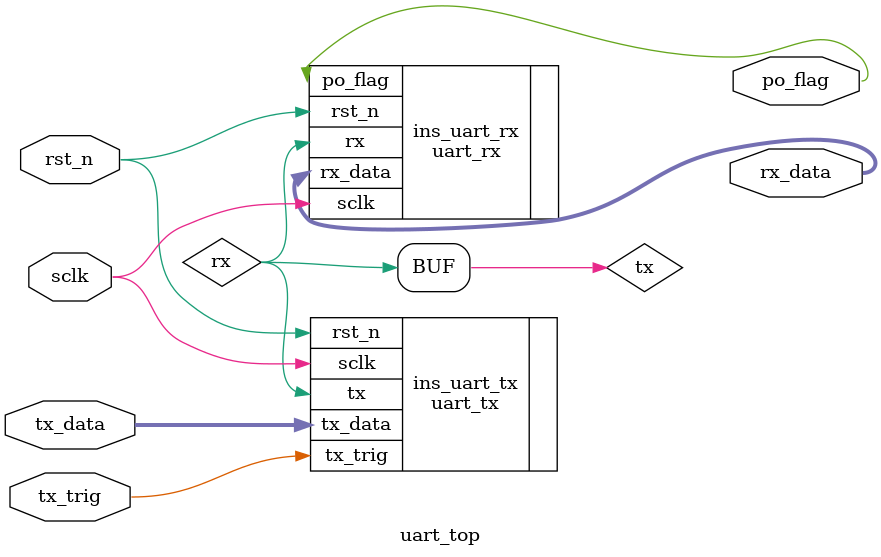
<source format=v>
module uart_top(
	sclk,
	rst_n,
	tx_trig,
	tx_data,
	rx_data,
	po_flag
	);
	
	input				sclk;
	input				rst_n;
	input				tx_trig;
	input	[ 7:0]		tx_data;
	output	[ 7:0]		rx_data;
	output				po_flag;
	wire				tx,rx;

	uart_tx ins_uart_tx (
		.sclk(sclk),
		.rst_n(rst_n),
		.tx_trig(tx_trig),
		.tx_data(tx_data),
		.tx(tx)
		);
	assign 	rx 	= 	tx;
	uart_rx ins_uart_rx (
		.sclk(sclk),
		.rst_n(rst_n),
		.rx(rx),
		.rx_data(rx_data),
		.po_flag(po_flag)
		);

endmodule
</source>
